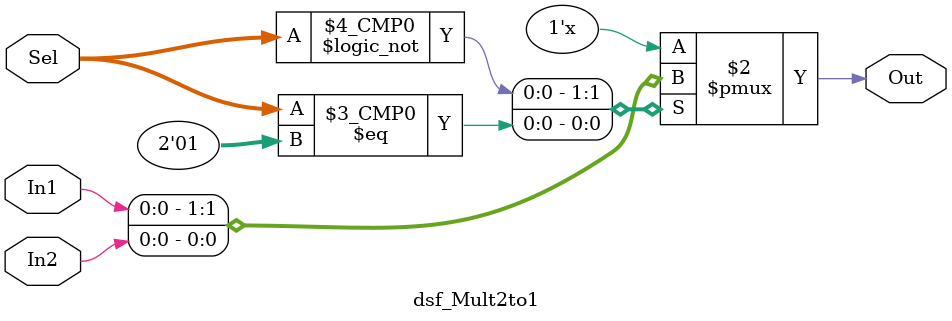
<source format=v>
module dsf_Mult2to1 #(parameter WIDTH = 1)(In1, In2, Sel, Out);
input [WIDTH-1:0] In1, In2;
input [1:0] Sel;
output reg [WIDTH-1:0] Out;
always @(In1, In2, Sel)
case (Sel)
	0: Out <= In1;
	1: Out <= In2;
  endcase
endmodule
</source>
